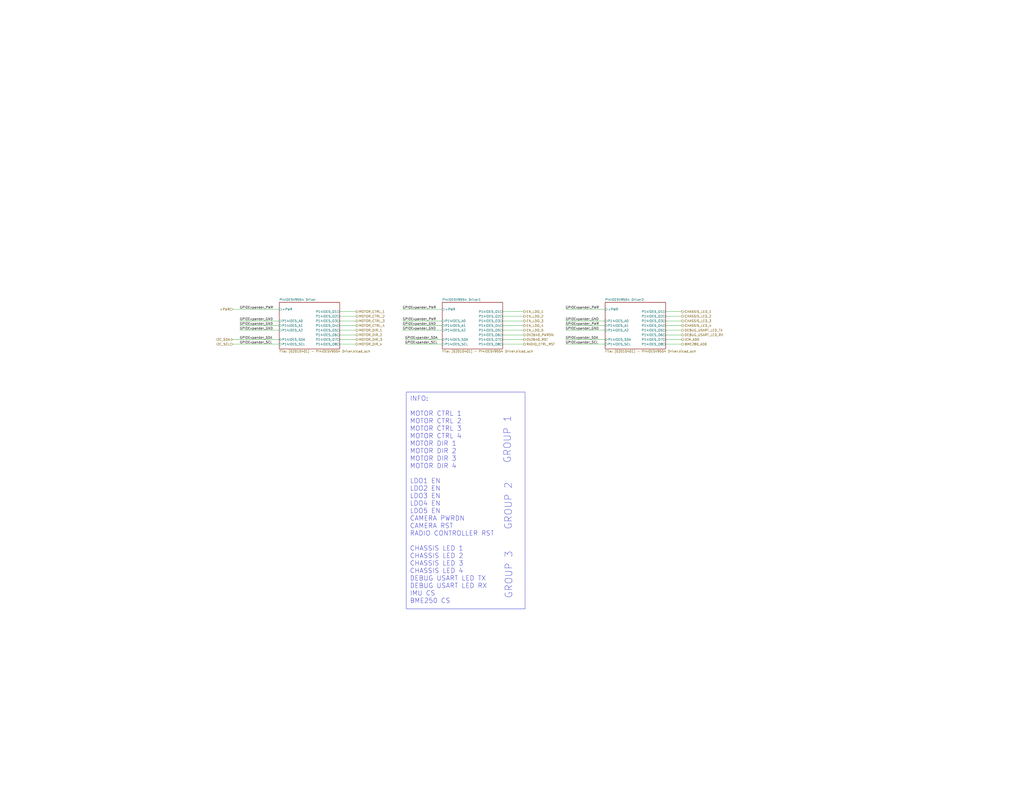
<source format=kicad_sch>
(kicad_sch
	(version 20231120)
	(generator "eeschema")
	(generator_version "8.0")
	(uuid "3b761d79-f25f-470e-a86b-84969fa3bc68")
	(paper "C")
	(title_block
		(title "Quadcopter")
		(date "2024-03-17")
		(rev "01")
		(company "Mend0z0")
		(comment 1 "01")
		(comment 2 "PRELIMINARY")
		(comment 3 "Siavash Taher Parvar")
		(comment 8 "N/A")
		(comment 9 "First Version")
	)
	(lib_symbols)
	(wire
		(pts
			(xy 308.61 168.91) (xy 330.2 168.91)
		)
		(stroke
			(width 0)
			(type default)
		)
		(uuid "03216be7-aa34-4bed-ac33-22601226b5cf")
	)
	(wire
		(pts
			(xy 274.32 170.18) (xy 285.75 170.18)
		)
		(stroke
			(width 0)
			(type default)
		)
		(uuid "123d692a-1628-4ab8-80d0-f6b656edcab2")
	)
	(wire
		(pts
			(xy 363.22 170.18) (xy 372.11 170.18)
		)
		(stroke
			(width 0)
			(type default)
		)
		(uuid "1563127d-4651-43da-9221-ea1b07b44c2a")
	)
	(wire
		(pts
			(xy 308.61 180.34) (xy 330.2 180.34)
		)
		(stroke
			(width 0)
			(type default)
		)
		(uuid "158c4e51-3c48-4aa3-bdbc-f52a68cb280e")
	)
	(wire
		(pts
			(xy 127 168.91) (xy 152.4 168.91)
		)
		(stroke
			(width 0)
			(type default)
		)
		(uuid "1c84045d-4b2b-45cb-8a14-2888739a6358")
	)
	(wire
		(pts
			(xy 363.22 177.8) (xy 372.11 177.8)
		)
		(stroke
			(width 0)
			(type default)
		)
		(uuid "1ed9f33f-e160-40d3-bb40-030b9c490a5d")
	)
	(wire
		(pts
			(xy 308.61 187.96) (xy 330.2 187.96)
		)
		(stroke
			(width 0)
			(type default)
		)
		(uuid "32590b06-b8b6-4416-8fb0-925e89fac6fd")
	)
	(wire
		(pts
			(xy 185.42 172.72) (xy 194.31 172.72)
		)
		(stroke
			(width 0)
			(type default)
		)
		(uuid "34033ef6-223c-4501-b0fd-85ad8bccbf61")
	)
	(wire
		(pts
			(xy 363.22 172.72) (xy 372.11 172.72)
		)
		(stroke
			(width 0)
			(type default)
		)
		(uuid "36e05ccc-efc0-46df-8a67-96a25a8aa9b2")
	)
	(wire
		(pts
			(xy 363.22 185.42) (xy 372.11 185.42)
		)
		(stroke
			(width 0)
			(type default)
		)
		(uuid "4091e28c-7a46-4811-a504-0fabd0de8e46")
	)
	(wire
		(pts
			(xy 220.98 185.42) (xy 241.3 185.42)
		)
		(stroke
			(width 0)
			(type default)
		)
		(uuid "4ff25845-eff9-4418-8b5c-432a61373f35")
	)
	(wire
		(pts
			(xy 130.81 180.34) (xy 152.4 180.34)
		)
		(stroke
			(width 0)
			(type default)
		)
		(uuid "578b18a0-2305-4b58-a60c-8b975440c028")
	)
	(wire
		(pts
			(xy 274.32 175.26) (xy 285.75 175.26)
		)
		(stroke
			(width 0)
			(type default)
		)
		(uuid "60c5f379-2711-444f-98b7-fcfd3ab4a94a")
	)
	(wire
		(pts
			(xy 219.71 177.8) (xy 241.3 177.8)
		)
		(stroke
			(width 0)
			(type default)
		)
		(uuid "6dffd0cb-94f0-416a-9646-89ef5d25e481")
	)
	(wire
		(pts
			(xy 185.42 177.8) (xy 194.31 177.8)
		)
		(stroke
			(width 0)
			(type default)
		)
		(uuid "714ae772-2cab-4e63-b69a-7dbeeb4af4d2")
	)
	(wire
		(pts
			(xy 274.32 180.34) (xy 285.75 180.34)
		)
		(stroke
			(width 0)
			(type default)
		)
		(uuid "7167d79a-bae4-40c2-bbbe-dfbc75888056")
	)
	(wire
		(pts
			(xy 363.22 187.96) (xy 372.11 187.96)
		)
		(stroke
			(width 0)
			(type default)
		)
		(uuid "76bb3f89-f320-47a0-8cf1-96f90cc31d6b")
	)
	(wire
		(pts
			(xy 185.42 180.34) (xy 194.31 180.34)
		)
		(stroke
			(width 0)
			(type default)
		)
		(uuid "7b8d1505-17dd-461c-9b09-673d9e96b8ee")
	)
	(wire
		(pts
			(xy 130.81 175.26) (xy 152.4 175.26)
		)
		(stroke
			(width 0)
			(type default)
		)
		(uuid "7c5b3566-e1be-4cb0-9049-c2bfc69417a0")
	)
	(wire
		(pts
			(xy 219.71 168.91) (xy 241.3 168.91)
		)
		(stroke
			(width 0)
			(type default)
		)
		(uuid "7cfbfaa0-26ca-4ce7-9833-71f04cf23075")
	)
	(wire
		(pts
			(xy 363.22 180.34) (xy 372.11 180.34)
		)
		(stroke
			(width 0)
			(type default)
		)
		(uuid "87746377-158d-4a74-8554-d8cdbb242dd6")
	)
	(wire
		(pts
			(xy 274.32 182.88) (xy 285.75 182.88)
		)
		(stroke
			(width 0)
			(type default)
		)
		(uuid "8797ceb7-c671-4402-a11a-2643fdeba379")
	)
	(wire
		(pts
			(xy 308.61 185.42) (xy 330.2 185.42)
		)
		(stroke
			(width 0)
			(type default)
		)
		(uuid "8e7da18d-f87e-463c-a5a6-7dbfb07b9803")
	)
	(wire
		(pts
			(xy 363.22 175.26) (xy 372.11 175.26)
		)
		(stroke
			(width 0)
			(type default)
		)
		(uuid "92628dc6-be4f-4681-9aa9-84bdf840c930")
	)
	(wire
		(pts
			(xy 308.61 175.26) (xy 330.2 175.26)
		)
		(stroke
			(width 0)
			(type default)
		)
		(uuid "9647b19a-b9d3-4ca8-a5a6-f07c06b9b5a2")
	)
	(wire
		(pts
			(xy 363.22 182.88) (xy 372.11 182.88)
		)
		(stroke
			(width 0)
			(type default)
		)
		(uuid "98e0a43b-524c-4a0a-9f64-da1c970ce484")
	)
	(wire
		(pts
			(xy 185.42 187.96) (xy 194.31 187.96)
		)
		(stroke
			(width 0)
			(type default)
		)
		(uuid "9c5ba4c4-2bee-4440-a329-68c1b3bc0b83")
	)
	(wire
		(pts
			(xy 185.42 170.18) (xy 194.31 170.18)
		)
		(stroke
			(width 0)
			(type default)
		)
		(uuid "9ccada67-cd93-41b9-b8f5-3edab9fa8304")
	)
	(wire
		(pts
			(xy 274.32 172.72) (xy 285.75 172.72)
		)
		(stroke
			(width 0)
			(type default)
		)
		(uuid "9e2e9d95-f7be-4a8a-b4bc-ce938c7bbe40")
	)
	(wire
		(pts
			(xy 308.61 177.8) (xy 330.2 177.8)
		)
		(stroke
			(width 0)
			(type default)
		)
		(uuid "a4d37269-b356-4471-b57a-473586b55660")
	)
	(wire
		(pts
			(xy 220.98 187.96) (xy 241.3 187.96)
		)
		(stroke
			(width 0)
			(type default)
		)
		(uuid "acaca03f-0904-48cf-9ac5-2e7f5732850b")
	)
	(wire
		(pts
			(xy 127 185.42) (xy 152.4 185.42)
		)
		(stroke
			(width 0)
			(type default)
		)
		(uuid "b4c60cff-a933-4f81-aaea-442eab6138f7")
	)
	(wire
		(pts
			(xy 185.42 182.88) (xy 194.31 182.88)
		)
		(stroke
			(width 0)
			(type default)
		)
		(uuid "b5de85dc-879a-4518-95f7-994a187f4b91")
	)
	(wire
		(pts
			(xy 274.32 185.42) (xy 285.75 185.42)
		)
		(stroke
			(width 0)
			(type default)
		)
		(uuid "c8a7e3ef-eaf7-4821-bd4e-0c5202481a61")
	)
	(wire
		(pts
			(xy 185.42 175.26) (xy 194.31 175.26)
		)
		(stroke
			(width 0)
			(type default)
		)
		(uuid "cc2d297e-82fd-498b-a05d-6da1a067a252")
	)
	(wire
		(pts
			(xy 219.71 180.34) (xy 241.3 180.34)
		)
		(stroke
			(width 0)
			(type default)
		)
		(uuid "d6cfb087-d7dd-4cc3-8e80-b39ca0f830a4")
	)
	(wire
		(pts
			(xy 274.32 187.96) (xy 285.75 187.96)
		)
		(stroke
			(width 0)
			(type default)
		)
		(uuid "e23c1e94-7460-4fe0-9eb4-663ec2e0b39e")
	)
	(wire
		(pts
			(xy 185.42 185.42) (xy 194.31 185.42)
		)
		(stroke
			(width 0)
			(type default)
		)
		(uuid "e7c3cae9-cb1e-4f3b-9225-f0426bb52389")
	)
	(wire
		(pts
			(xy 127 187.96) (xy 152.4 187.96)
		)
		(stroke
			(width 0)
			(type default)
		)
		(uuid "e94b0280-5191-48e0-8883-9b6f396e3758")
	)
	(wire
		(pts
			(xy 130.81 177.8) (xy 152.4 177.8)
		)
		(stroke
			(width 0)
			(type default)
		)
		(uuid "eb14fba3-7272-4827-be00-b9234dedcbee")
	)
	(wire
		(pts
			(xy 274.32 177.8) (xy 285.75 177.8)
		)
		(stroke
			(width 0)
			(type default)
		)
		(uuid "f0fba5c8-9b35-4a92-9e60-fb41b5bf3620")
	)
	(wire
		(pts
			(xy 219.71 175.26) (xy 241.3 175.26)
		)
		(stroke
			(width 0)
			(type default)
		)
		(uuid "f54e569e-381f-4666-be2b-c4b4b4c3d597")
	)
	(text_box "INFO:\n\nMOTOR CTRL 1\nMOTOR CTRL 2\nMOTOR CTRL 3\nMOTOR CTRL 4\nMOTOR DIR 1\nMOTOR DIR 2\nMOTOR DIR 3\nMOTOR DIR 4\n\nLDO1 EN\nLDO2 EN\nLDO3 EN\nLDO4 EN\nLDO5 EN\nCAMERA PWRDN\nCAMERA RST\nRADIO CONTROLLER RST\n\nCHASSIS LED 1\nCHASSIS LED 2\nCHASSIS LED 3\nCHASSIS LED 4\nDEBUG USART LED TX\nDEBUG USART LED RX\nIMU CS\nBME250 CS"
		(exclude_from_sim no)
		(at 221.742 214.122 0)
		(size 64.77 118.364)
		(stroke
			(width 0)
			(type default)
		)
		(fill
			(type none)
		)
		(effects
			(font
				(size 2.54 2.54)
			)
			(justify left top)
		)
		(uuid "78a8820e-927c-4fb5-a472-e94053d9a236")
	)
	(text "GROUP 3"
		(exclude_from_sim no)
		(at 277.622 313.944 90)
		(effects
			(font
				(size 3.81 3.81)
			)
		)
		(uuid "038c9d31-67e4-4c94-9e72-963ef1325cd5")
	)
	(text "GROUP 2"
		(exclude_from_sim no)
		(at 277.368 276.352 90)
		(effects
			(font
				(size 3.81 3.81)
			)
		)
		(uuid "5e7c440f-4fcc-4682-a5d2-37a3ce6f71a0")
	)
	(text "GROUP 1"
		(exclude_from_sim no)
		(at 276.86 240.03 90)
		(effects
			(font
				(size 3.81 3.81)
			)
		)
		(uuid "96b68bb5-74bd-4f94-8b52-0eb350089ab7")
	)
	(label "GPIOExpander_PWR"
		(at 308.61 177.8 0)
		(fields_autoplaced yes)
		(effects
			(font
				(size 1.27 1.27)
			)
			(justify left bottom)
		)
		(uuid "13afc189-7ace-4f6f-b3ba-ecadfe0cfff5")
	)
	(label "GPIOExpander_GND"
		(at 308.61 175.26 0)
		(fields_autoplaced yes)
		(effects
			(font
				(size 1.27 1.27)
			)
			(justify left bottom)
		)
		(uuid "13bd4d31-7010-47b0-a5ba-dff6a4657635")
	)
	(label "GPIOExpander_GND"
		(at 219.71 177.8 0)
		(fields_autoplaced yes)
		(effects
			(font
				(size 1.27 1.27)
			)
			(justify left bottom)
		)
		(uuid "1b6d58c4-65b9-4f0d-9d5d-3ac558ae11da")
	)
	(label "GPIOExpander_GND"
		(at 130.81 175.26 0)
		(fields_autoplaced yes)
		(effects
			(font
				(size 1.27 1.27)
			)
			(justify left bottom)
		)
		(uuid "2091580d-dedb-488d-84f4-ea716de88420")
	)
	(label "GPIOExpander_PWR"
		(at 219.71 168.91 0)
		(fields_autoplaced yes)
		(effects
			(font
				(size 1.27 1.27)
			)
			(justify left bottom)
		)
		(uuid "32a6149f-727c-46b7-90b8-4526563856f8")
	)
	(label "GPIOExpander_SDA"
		(at 308.61 185.42 0)
		(fields_autoplaced yes)
		(effects
			(font
				(size 1.27 1.27)
			)
			(justify left bottom)
		)
		(uuid "35690879-69ca-4435-b754-231d96e4ed7d")
	)
	(label "GPIOExpander_PWR"
		(at 308.61 168.91 0)
		(fields_autoplaced yes)
		(effects
			(font
				(size 1.27 1.27)
			)
			(justify left bottom)
		)
		(uuid "53f1e2bf-4132-4a17-a706-8c62f5e9aaf7")
	)
	(label "GPIOExpander_GND"
		(at 308.61 180.34 0)
		(fields_autoplaced yes)
		(effects
			(font
				(size 1.27 1.27)
			)
			(justify left bottom)
		)
		(uuid "63896a66-3039-4af4-a710-8e449b7ec065")
	)
	(label "GPIOExpander_SDA"
		(at 220.98 185.42 0)
		(fields_autoplaced yes)
		(effects
			(font
				(size 1.27 1.27)
			)
			(justify left bottom)
		)
		(uuid "8a0d2b27-c1bb-4bf8-99ef-f3fda6cb49e6")
	)
	(label "GPIOExpander_GND"
		(at 130.81 177.8 0)
		(fields_autoplaced yes)
		(effects
			(font
				(size 1.27 1.27)
			)
			(justify left bottom)
		)
		(uuid "8cc33680-ef54-446d-9df6-b81093b41b07")
	)
	(label "GPIOExpander_PWR"
		(at 130.81 168.91 0)
		(fields_autoplaced yes)
		(effects
			(font
				(size 1.27 1.27)
			)
			(justify left bottom)
		)
		(uuid "95354ccf-dcfb-41e6-82a9-d27b72f8c4fd")
	)
	(label "GPIOExpander_SCL"
		(at 308.61 187.96 0)
		(fields_autoplaced yes)
		(effects
			(font
				(size 1.27 1.27)
			)
			(justify left bottom)
		)
		(uuid "a2da0d13-b6ad-4076-8341-ee3fb73f879d")
	)
	(label "GPIOExpander_PWR"
		(at 219.71 175.26 0)
		(fields_autoplaced yes)
		(effects
			(font
				(size 1.27 1.27)
			)
			(justify left bottom)
		)
		(uuid "a8aba5c6-f565-4385-bfad-fc82635006fe")
	)
	(label "GPIOExpander_SCL"
		(at 130.81 187.96 0)
		(fields_autoplaced yes)
		(effects
			(font
				(size 1.27 1.27)
			)
			(justify left bottom)
		)
		(uuid "b281ad21-a512-4f24-bf2f-b03e36dc81de")
	)
	(label "GPIOExpander_SDA"
		(at 130.81 185.42 0)
		(fields_autoplaced yes)
		(effects
			(font
				(size 1.27 1.27)
			)
			(justify left bottom)
		)
		(uuid "ceec8b43-b0b1-485b-b4f9-c630a23c5745")
	)
	(label "GPIOExpander_GND"
		(at 130.81 180.34 0)
		(fields_autoplaced yes)
		(effects
			(font
				(size 1.27 1.27)
			)
			(justify left bottom)
		)
		(uuid "e5a8287d-9914-4334-93c8-b047001939bb")
	)
	(label "GPIOExpander_SCL"
		(at 220.98 187.96 0)
		(fields_autoplaced yes)
		(effects
			(font
				(size 1.27 1.27)
			)
			(justify left bottom)
		)
		(uuid "ee498cf8-f11f-4e06-bfee-740eac1661f6")
	)
	(label "GPIOExpander_GND"
		(at 219.71 180.34 0)
		(fields_autoplaced yes)
		(effects
			(font
				(size 1.27 1.27)
			)
			(justify left bottom)
		)
		(uuid "fa1b1e6e-3223-43a7-98b8-f74dfc29c690")
	)
	(hierarchical_label "DEBUG_USART_LED_RX"
		(shape output)
		(at 372.11 182.88 0)
		(fields_autoplaced yes)
		(effects
			(font
				(size 1.27 1.27)
			)
			(justify left)
		)
		(uuid "06b75889-c1f9-401b-9126-055e0c4a205b")
	)
	(hierarchical_label "MOTOR_CTRL_2"
		(shape output)
		(at 194.31 172.72 0)
		(fields_autoplaced yes)
		(effects
			(font
				(size 1.27 1.27)
			)
			(justify left)
		)
		(uuid "07d56e2b-a07b-441d-b911-c4c4d9ef3807")
	)
	(hierarchical_label "EN_LDO_5"
		(shape output)
		(at 285.75 180.34 0)
		(fields_autoplaced yes)
		(effects
			(font
				(size 1.27 1.27)
			)
			(justify left)
		)
		(uuid "170d0880-8123-494a-98c2-61e557219323")
	)
	(hierarchical_label "MOTOR_CTRL_1"
		(shape output)
		(at 194.31 170.18 0)
		(fields_autoplaced yes)
		(effects
			(font
				(size 1.27 1.27)
			)
			(justify left)
		)
		(uuid "1a433679-a63a-40c0-a0cf-c46869eee5aa")
	)
	(hierarchical_label "OV2640_RST"
		(shape output)
		(at 285.75 185.42 0)
		(fields_autoplaced yes)
		(effects
			(font
				(size 1.27 1.27)
			)
			(justify left)
		)
		(uuid "3e2f19dd-278a-4d0f-8f4c-9d000e85feec")
	)
	(hierarchical_label "CHASSIS_LED_2"
		(shape output)
		(at 372.11 172.72 0)
		(fields_autoplaced yes)
		(effects
			(font
				(size 1.27 1.27)
			)
			(justify left)
		)
		(uuid "5018abae-cc47-4d98-9494-d32ea79ba078")
	)
	(hierarchical_label "DEBUG_USART_LED_TX"
		(shape output)
		(at 372.11 180.34 0)
		(fields_autoplaced yes)
		(effects
			(font
				(size 1.27 1.27)
			)
			(justify left)
		)
		(uuid "50365b68-a8ab-47c7-94d3-e2b802838b6d")
	)
	(hierarchical_label "ICM_AD0"
		(shape output)
		(at 372.11 185.42 0)
		(fields_autoplaced yes)
		(effects
			(font
				(size 1.27 1.27)
			)
			(justify left)
		)
		(uuid "62e1fcf8-e5c2-4168-8d3b-03dec6593133")
	)
	(hierarchical_label "EN_LDO_1"
		(shape output)
		(at 285.75 170.18 0)
		(fields_autoplaced yes)
		(effects
			(font
				(size 1.27 1.27)
			)
			(justify left)
		)
		(uuid "6630b490-9061-4d64-9d75-cb6f8d1a2418")
	)
	(hierarchical_label "+PWR"
		(shape input)
		(at 127 168.91 180)
		(fields_autoplaced yes)
		(effects
			(font
				(size 1.27 1.27)
			)
			(justify right)
		)
		(uuid "6c6afde7-9782-4adc-af99-2f82fa8736a7")
	)
	(hierarchical_label "BME280_AD0"
		(shape output)
		(at 372.11 187.96 0)
		(fields_autoplaced yes)
		(effects
			(font
				(size 1.27 1.27)
			)
			(justify left)
		)
		(uuid "705f771c-9015-4d48-83d6-23ea7f541cbc")
	)
	(hierarchical_label "MOTOR_DIR_1"
		(shape output)
		(at 194.31 180.34 0)
		(fields_autoplaced yes)
		(effects
			(font
				(size 1.27 1.27)
			)
			(justify left)
		)
		(uuid "8426841b-5880-4513-9e72-648b377edffe")
	)
	(hierarchical_label "CHASSIS_LED_1"
		(shape output)
		(at 372.11 170.18 0)
		(fields_autoplaced yes)
		(effects
			(font
				(size 1.27 1.27)
			)
			(justify left)
		)
		(uuid "9610cce3-3603-44d5-8d60-3906ef656d27")
	)
	(hierarchical_label "MOTOR_DIR_4"
		(shape output)
		(at 194.31 187.96 0)
		(fields_autoplaced yes)
		(effects
			(font
				(size 1.27 1.27)
			)
			(justify left)
		)
		(uuid "a26dffde-4efc-4315-963e-b2a6d4e271a9")
	)
	(hierarchical_label "EN_LDO_2"
		(shape output)
		(at 285.75 172.72 0)
		(fields_autoplaced yes)
		(effects
			(font
				(size 1.27 1.27)
			)
			(justify left)
		)
		(uuid "ba953b8b-d132-4427-9893-7b028710b9b3")
	)
	(hierarchical_label "CHASSIS_LED_3"
		(shape output)
		(at 372.11 175.26 0)
		(fields_autoplaced yes)
		(effects
			(font
				(size 1.27 1.27)
			)
			(justify left)
		)
		(uuid "bffeeb8a-787c-4d66-9773-e41756f0dc7b")
	)
	(hierarchical_label "EN_LDO_4"
		(shape output)
		(at 285.75 177.8 0)
		(fields_autoplaced yes)
		(effects
			(font
				(size 1.27 1.27)
			)
			(justify left)
		)
		(uuid "c05768e9-843a-48b5-8607-039a9add3a64")
	)
	(hierarchical_label "MOTOR_CTRL_4"
		(shape output)
		(at 194.31 177.8 0)
		(fields_autoplaced yes)
		(effects
			(font
				(size 1.27 1.27)
			)
			(justify left)
		)
		(uuid "c7da4f1f-3540-43e9-8e37-a3f0ac61170c")
	)
	(hierarchical_label "CHASSIS_LED_4"
		(shape output)
		(at 372.11 177.8 0)
		(fields_autoplaced yes)
		(effects
			(font
				(size 1.27 1.27)
			)
			(justify left)
		)
		(uuid "cc3c29ed-f357-40f2-a0c8-68ed7bee99de")
	)
	(hierarchical_label "OV2640_PWRDN"
		(shape output)
		(at 285.75 182.88 0)
		(fields_autoplaced yes)
		(effects
			(font
				(size 1.27 1.27)
			)
			(justify left)
		)
		(uuid "d2a42b6e-b945-4a28-a5b9-10d2a0edf1e1")
	)
	(hierarchical_label "RADIO_CTRL_RST"
		(shape output)
		(at 285.75 187.96 0)
		(fields_autoplaced yes)
		(effects
			(font
				(size 1.27 1.27)
			)
			(justify left)
		)
		(uuid "d3bd0341-0b00-4eae-a6f6-c37105dce619")
	)
	(hierarchical_label "I2C_SCL"
		(shape input)
		(at 127 187.96 180)
		(fields_autoplaced yes)
		(effects
			(font
				(size 1.27 1.27)
			)
			(justify right)
		)
		(uuid "e05d8f7f-57d5-4bc9-891f-1660d6bf533e")
	)
	(hierarchical_label "MOTOR_CTRL_3"
		(shape output)
		(at 194.31 175.26 0)
		(fields_autoplaced yes)
		(effects
			(font
				(size 1.27 1.27)
			)
			(justify left)
		)
		(uuid "e1341811-89f8-4df2-92ab-b83251246498")
	)
	(hierarchical_label "EN_LDO_3"
		(shape output)
		(at 285.75 175.26 0)
		(fields_autoplaced yes)
		(effects
			(font
				(size 1.27 1.27)
			)
			(justify left)
		)
		(uuid "e8877cd3-ec59-4ad2-a471-3e55f29535e4")
	)
	(hierarchical_label "MOTOR_DIR_3"
		(shape output)
		(at 194.31 185.42 0)
		(fields_autoplaced yes)
		(effects
			(font
				(size 1.27 1.27)
			)
			(justify left)
		)
		(uuid "f16da7e7-c31f-4244-bfcb-057610d1725a")
	)
	(hierarchical_label "MOTOR_DIR_2"
		(shape output)
		(at 194.31 182.88 0)
		(fields_autoplaced yes)
		(effects
			(font
				(size 1.27 1.27)
			)
			(justify left)
		)
		(uuid "f17414a2-e116-4130-9a33-b17e979131f7")
	)
	(hierarchical_label "I2C_SDA"
		(shape bidirectional)
		(at 127 185.42 180)
		(fields_autoplaced yes)
		(effects
			(font
				(size 1.27 1.27)
			)
			(justify right)
		)
		(uuid "fe34c88a-2ea3-4fe1-b753-daaaeba871a9")
	)
	(sheet
		(at 152.4 165.1)
		(size 33.02 25.4)
		(fields_autoplaced yes)
		(stroke
			(width 0.1524)
			(type solid)
		)
		(fill
			(color 0 0 0 0.0000)
		)
		(uuid "7ce3b4a8-8ccf-41cc-bcee-c6347bfd94ee")
		(property "Sheetname" "PI4IOE5V9554 Driver"
			(at 152.4 164.3884 0)
			(effects
				(font
					(size 1.27 1.27)
				)
				(justify left bottom)
			)
		)
		(property "Sheetfile" "[02010401] - PI4IOE5V9554 Driver.kicad_sch"
			(at 152.4 191.0846 0)
			(effects
				(font
					(size 1.27 1.27)
				)
				(justify left top)
			)
		)
		(pin "P14IOE5_O5" output
			(at 185.42 180.34 0)
			(effects
				(font
					(size 1.27 1.27)
				)
				(justify right)
			)
			(uuid "3551ed06-2fdf-4783-8b68-594700633460")
		)
		(pin "P14IOE5_O4" output
			(at 185.42 177.8 0)
			(effects
				(font
					(size 1.27 1.27)
				)
				(justify right)
			)
			(uuid "8057ee20-c3cd-4730-b386-25fd3185d9be")
		)
		(pin "P14IOE5_O7" output
			(at 185.42 185.42 0)
			(effects
				(font
					(size 1.27 1.27)
				)
				(justify right)
			)
			(uuid "92640e3f-6119-45e6-8370-fce2e7090092")
		)
		(pin "P14IOE5_SCL" input
			(at 152.4 187.96 180)
			(effects
				(font
					(size 1.27 1.27)
				)
				(justify left)
			)
			(uuid "1d020ff8-14e2-4090-a2d5-741e8a3ec02b")
		)
		(pin "P14IOE5_A2" input
			(at 152.4 180.34 180)
			(effects
				(font
					(size 1.27 1.27)
				)
				(justify left)
			)
			(uuid "9e012c7c-8877-4a8a-b93a-2e1d2d780c4f")
		)
		(pin "P14IOE5_A1" input
			(at 152.4 177.8 180)
			(effects
				(font
					(size 1.27 1.27)
				)
				(justify left)
			)
			(uuid "fafdac27-5d1a-4cb9-ad5c-0d398358b896")
		)
		(pin "P14IOE5_A0" input
			(at 152.4 175.26 180)
			(effects
				(font
					(size 1.27 1.27)
				)
				(justify left)
			)
			(uuid "82e6cb68-f454-4534-9144-a6030e4cff1b")
		)
		(pin "P14IOE5_O1" output
			(at 185.42 170.18 0)
			(effects
				(font
					(size 1.27 1.27)
				)
				(justify right)
			)
			(uuid "f9d02e09-91f2-413c-93a4-bb832ff501d2")
		)
		(pin "P14IOE5_O2" output
			(at 185.42 172.72 0)
			(effects
				(font
					(size 1.27 1.27)
				)
				(justify right)
			)
			(uuid "fb426093-c956-4ec2-b71e-7c413ee44f34")
		)
		(pin "P14IOE5_O8" output
			(at 185.42 187.96 0)
			(effects
				(font
					(size 1.27 1.27)
				)
				(justify right)
			)
			(uuid "758104f7-a4f1-46e1-a7ff-04ee60f61bbe")
		)
		(pin "P14IOE5_O6" output
			(at 185.42 182.88 0)
			(effects
				(font
					(size 1.27 1.27)
				)
				(justify right)
			)
			(uuid "368fd5ae-9349-4409-9c52-83f9959d7edb")
		)
		(pin "P14IOE5_O3" output
			(at 185.42 175.26 0)
			(effects
				(font
					(size 1.27 1.27)
				)
				(justify right)
			)
			(uuid "4698f6a9-6477-4d88-a253-a9f59b5c5581")
		)
		(pin "P14IOE5_SDA" bidirectional
			(at 152.4 185.42 180)
			(effects
				(font
					(size 1.27 1.27)
				)
				(justify left)
			)
			(uuid "78895603-970f-4bf7-8c16-43212bc78302")
		)
		(pin "+PWR" input
			(at 152.4 168.91 180)
			(effects
				(font
					(size 1.27 1.27)
				)
				(justify left)
			)
			(uuid "4b3f6e60-16b3-4eb6-b368-fae54197dcd2")
		)
		(instances
			(project "_Sub_HW_Qcopter"
				(path "/b8703f06-b3da-4de2-b217-f104939b36e8/6184e84e-040e-4878-8152-76cf0b949e21/e826979f-4a88-401c-bba5-a1c30231907a/fb6a3e3b-62bf-46c5-8e5c-2b17482b433c"
					(page "9")
				)
			)
		)
	)
	(sheet
		(at 241.3 165.1)
		(size 33.02 25.4)
		(fields_autoplaced yes)
		(stroke
			(width 0.1524)
			(type solid)
		)
		(fill
			(color 0 0 0 0.0000)
		)
		(uuid "7f1c08a9-0c1d-4b29-bd9f-1dc663dd180c")
		(property "Sheetname" "PI4IOE5V9554 Driver1"
			(at 241.3 164.3884 0)
			(effects
				(font
					(size 1.27 1.27)
				)
				(justify left bottom)
			)
		)
		(property "Sheetfile" "[02010401] - PI4IOE5V9554 Driver.kicad_sch"
			(at 241.3 191.0846 0)
			(effects
				(font
					(size 1.27 1.27)
				)
				(justify left top)
			)
		)
		(pin "P14IOE5_O5" output
			(at 274.32 180.34 0)
			(effects
				(font
					(size 1.27 1.27)
				)
				(justify right)
			)
			(uuid "e2383b6e-90f1-4138-9484-551632f878df")
		)
		(pin "P14IOE5_O4" output
			(at 274.32 177.8 0)
			(effects
				(font
					(size 1.27 1.27)
				)
				(justify right)
			)
			(uuid "e6617d64-afbb-4170-8e77-50b06a5d253f")
		)
		(pin "P14IOE5_O7" output
			(at 274.32 185.42 0)
			(effects
				(font
					(size 1.27 1.27)
				)
				(justify right)
			)
			(uuid "15660739-e8ec-4746-a895-ada0fa7119ce")
		)
		(pin "P14IOE5_SCL" input
			(at 241.3 187.96 180)
			(effects
				(font
					(size 1.27 1.27)
				)
				(justify left)
			)
			(uuid "07136014-adfe-4f88-9add-a7e14f9ed333")
		)
		(pin "P14IOE5_A2" input
			(at 241.3 180.34 180)
			(effects
				(font
					(size 1.27 1.27)
				)
				(justify left)
			)
			(uuid "67a88aad-2289-4e8e-9ede-d9c279268f1c")
		)
		(pin "P14IOE5_A1" input
			(at 241.3 177.8 180)
			(effects
				(font
					(size 1.27 1.27)
				)
				(justify left)
			)
			(uuid "87518659-6f82-460b-b3ce-0c04321c0f59")
		)
		(pin "P14IOE5_A0" input
			(at 241.3 175.26 180)
			(effects
				(font
					(size 1.27 1.27)
				)
				(justify left)
			)
			(uuid "a3f563cf-4c87-488e-b2a7-6df75e0d6961")
		)
		(pin "P14IOE5_O1" output
			(at 274.32 170.18 0)
			(effects
				(font
					(size 1.27 1.27)
				)
				(justify right)
			)
			(uuid "e31fcab7-8812-4e21-ba00-d0fe3d770fa6")
		)
		(pin "P14IOE5_O2" output
			(at 274.32 172.72 0)
			(effects
				(font
					(size 1.27 1.27)
				)
				(justify right)
			)
			(uuid "5490bb50-2321-4fb2-ba51-a0aea576af7d")
		)
		(pin "P14IOE5_O8" output
			(at 274.32 187.96 0)
			(effects
				(font
					(size 1.27 1.27)
				)
				(justify right)
			)
			(uuid "dc19f707-276c-46af-9ee5-ca136e640c36")
		)
		(pin "P14IOE5_O6" output
			(at 274.32 182.88 0)
			(effects
				(font
					(size 1.27 1.27)
				)
				(justify right)
			)
			(uuid "40c96019-efb7-4f8c-8eaa-b7e48df7ce84")
		)
		(pin "P14IOE5_O3" output
			(at 274.32 175.26 0)
			(effects
				(font
					(size 1.27 1.27)
				)
				(justify right)
			)
			(uuid "c4fb692b-dd0b-4918-81dc-94eef35ccbe3")
		)
		(pin "P14IOE5_SDA" bidirectional
			(at 241.3 185.42 180)
			(effects
				(font
					(size 1.27 1.27)
				)
				(justify left)
			)
			(uuid "447eb853-ee50-4922-b506-499d00e50028")
		)
		(pin "+PWR" input
			(at 241.3 168.91 180)
			(effects
				(font
					(size 1.27 1.27)
				)
				(justify left)
			)
			(uuid "7f3f62e6-8506-4bf6-9f2d-201fe0973cff")
		)
		(instances
			(project "_Sub_HW_Qcopter"
				(path "/b8703f06-b3da-4de2-b217-f104939b36e8/6184e84e-040e-4878-8152-76cf0b949e21/e826979f-4a88-401c-bba5-a1c30231907a/fb6a3e3b-62bf-46c5-8e5c-2b17482b433c"
					(page "10")
				)
			)
		)
	)
	(sheet
		(at 330.2 165.1)
		(size 33.02 25.4)
		(fields_autoplaced yes)
		(stroke
			(width 0.1524)
			(type solid)
		)
		(fill
			(color 0 0 0 0.0000)
		)
		(uuid "d6ab25fe-169e-4ddc-a5fa-180659eeeb6d")
		(property "Sheetname" "PI4IOE5V9554 Driver2"
			(at 330.2 164.3884 0)
			(effects
				(font
					(size 1.27 1.27)
				)
				(justify left bottom)
			)
		)
		(property "Sheetfile" "[02010401] - PI4IOE5V9554 Driver.kicad_sch"
			(at 330.2 191.0846 0)
			(effects
				(font
					(size 1.27 1.27)
				)
				(justify left top)
			)
		)
		(pin "P14IOE5_O5" output
			(at 363.22 180.34 0)
			(effects
				(font
					(size 1.27 1.27)
				)
				(justify right)
			)
			(uuid "9ac9fad2-86ad-4ba6-8c36-59d24a29d0f8")
		)
		(pin "P14IOE5_O4" output
			(at 363.22 177.8 0)
			(effects
				(font
					(size 1.27 1.27)
				)
				(justify right)
			)
			(uuid "9bdd7e29-3983-4f76-ad30-0379342d9241")
		)
		(pin "P14IOE5_O7" output
			(at 363.22 185.42 0)
			(effects
				(font
					(size 1.27 1.27)
				)
				(justify right)
			)
			(uuid "4ae9f6a1-79e1-444b-bac7-a7a8b3116844")
		)
		(pin "P14IOE5_SCL" input
			(at 330.2 187.96 180)
			(effects
				(font
					(size 1.27 1.27)
				)
				(justify left)
			)
			(uuid "b69b7a62-1d0a-4fc4-9370-bf962068404b")
		)
		(pin "P14IOE5_A2" input
			(at 330.2 180.34 180)
			(effects
				(font
					(size 1.27 1.27)
				)
				(justify left)
			)
			(uuid "c6e0d10d-475e-4693-940d-4f84d72304d7")
		)
		(pin "P14IOE5_A1" input
			(at 330.2 177.8 180)
			(effects
				(font
					(size 1.27 1.27)
				)
				(justify left)
			)
			(uuid "40910efe-b90f-4590-8671-2b9b197ffc5e")
		)
		(pin "P14IOE5_A0" input
			(at 330.2 175.26 180)
			(effects
				(font
					(size 1.27 1.27)
				)
				(justify left)
			)
			(uuid "c6ce680c-2735-490c-9fd8-9fd4f33d7894")
		)
		(pin "P14IOE5_O1" output
			(at 363.22 170.18 0)
			(effects
				(font
					(size 1.27 1.27)
				)
				(justify right)
			)
			(uuid "3c0bc5d2-ccdb-44bc-8e4f-b5b502cb8d53")
		)
		(pin "P14IOE5_O2" output
			(at 363.22 172.72 0)
			(effects
				(font
					(size 1.27 1.27)
				)
				(justify right)
			)
			(uuid "9869f158-ee1f-4cdd-9fda-82a014c94e8d")
		)
		(pin "P14IOE5_O8" output
			(at 363.22 187.96 0)
			(effects
				(font
					(size 1.27 1.27)
				)
				(justify right)
			)
			(uuid "e5e9407d-d5bf-4ba5-8392-a5cb602aefd0")
		)
		(pin "P14IOE5_O6" output
			(at 363.22 182.88 0)
			(effects
				(font
					(size 1.27 1.27)
				)
				(justify right)
			)
			(uuid "fb5bcc47-5fb9-4964-be81-5afc4605db13")
		)
		(pin "P14IOE5_O3" output
			(at 363.22 175.26 0)
			(effects
				(font
					(size 1.27 1.27)
				)
				(justify right)
			)
			(uuid "1d2feb4e-f454-4174-9594-fff44219d8c3")
		)
		(pin "P14IOE5_SDA" bidirectional
			(at 330.2 185.42 180)
			(effects
				(font
					(size 1.27 1.27)
				)
				(justify left)
			)
			(uuid "e7d262f1-a20d-474f-8282-9894ce19394b")
		)
		(pin "+PWR" input
			(at 330.2 168.91 180)
			(effects
				(font
					(size 1.27 1.27)
				)
				(justify left)
			)
			(uuid "1984b038-711f-4851-a2b2-016b84d62cd8")
		)
		(instances
			(project "_Sub_HW_Qcopter"
				(path "/b8703f06-b3da-4de2-b217-f104939b36e8/6184e84e-040e-4878-8152-76cf0b949e21/e826979f-4a88-401c-bba5-a1c30231907a/fb6a3e3b-62bf-46c5-8e5c-2b17482b433c"
					(page "11")
				)
			)
		)
	)
)
</source>
